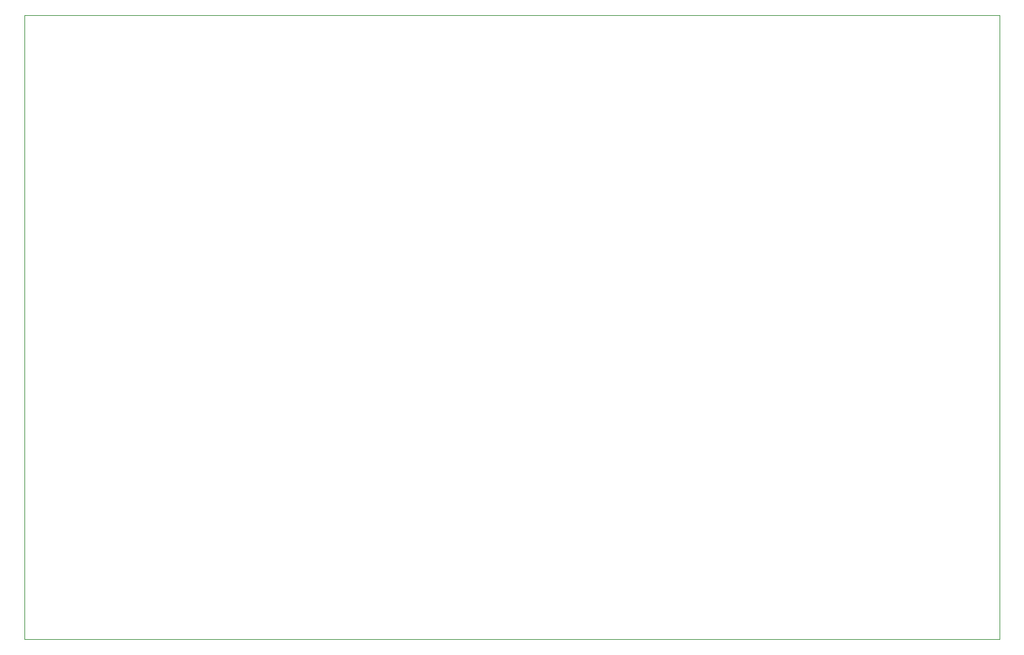
<source format=gbr>
%FSTAX44Y44*%
%MOMM*%
%SFA1B1*%

%IPPOS*%
%ADD128C,0.025400*%
%LNradar_1ghz_profile-1*%
%LPD*%
G54D128*
X0Y-00799999D02*
X01249999D01*
Y0*
X0*
Y-00799999*
M02*
</source>
